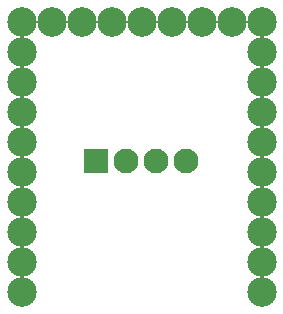
<source format=gbr>
G04 #@! TF.FileFunction,Soldermask,Top*
%FSLAX46Y46*%
G04 Gerber Fmt 4.6, Leading zero omitted, Abs format (unit mm)*
G04 Created by KiCad (PCBNEW 4.0.6) date 08/13/17 19:57:06*
%MOMM*%
%LPD*%
G01*
G04 APERTURE LIST*
%ADD10C,0.100000*%
%ADD11C,2.500000*%
%ADD12R,2.100000X2.100000*%
%ADD13C,2.100000*%
G04 APERTURE END LIST*
D10*
D11*
X161571000Y-67845000D03*
X161571000Y-70385000D03*
X161571000Y-72925000D03*
X161571000Y-75465000D03*
X161571000Y-78005000D03*
X161571000Y-80545000D03*
X161571000Y-83085000D03*
X161571000Y-85625000D03*
X161571000Y-88165000D03*
X161571000Y-65305000D03*
X159031000Y-65305000D03*
X156491000Y-65305000D03*
X153951000Y-65305000D03*
X151411000Y-65305000D03*
X148871000Y-65305000D03*
X146331000Y-65305000D03*
X143791000Y-65305000D03*
X141251000Y-65305000D03*
X141251000Y-67845000D03*
X141251000Y-70385000D03*
X141251000Y-72925000D03*
X141251000Y-75465000D03*
X141251000Y-78005000D03*
X141251000Y-80545000D03*
X141251000Y-83085000D03*
X141251000Y-85625000D03*
X141251000Y-88165000D03*
D12*
X147599400Y-77089000D03*
D13*
X150139400Y-77089000D03*
X152679400Y-77089000D03*
X155219400Y-77089000D03*
M02*

</source>
